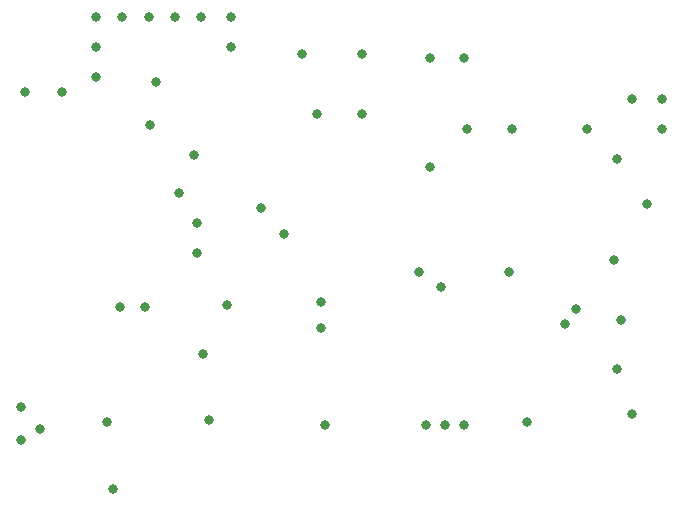
<source format=gbr>
G04 DipTrace 2.1.9.5*
%INBottomPaste.gbr*%
%MOIN*%
%ADD37C,0.032*%
%FSLAX44Y44*%
%SFA1B1*%
%OFA0B0*%
G04*
G70*
G90*
G75*
G01*
%LNBotPaste*%
%LPD*%
D37*
X9065Y19003D3*
X8877Y17565D3*
X13940Y19940D3*
X15940D3*
X14440Y17940D3*
X15940D3*
X19440Y17440D3*
X20940D3*
X23440D3*
X24440Y16440D3*
X24940Y18440D3*
X25940D3*
Y17440D3*
X25440Y14940D3*
X24940Y7940D3*
X18065Y7565D3*
X18690D3*
X19315D3*
X14690D3*
X7440Y7690D3*
X4565Y8190D3*
Y7065D3*
X5190Y7440D3*
X10440Y14315D3*
Y13315D3*
X9815Y15315D3*
X10315Y16565D3*
X12565Y14815D3*
X11440Y11565D3*
X14565Y11690D3*
Y10815D3*
X17815Y12690D3*
X18565Y12190D3*
X18190Y19815D3*
X19315D3*
X7065Y21190D3*
X7940D3*
X8815D3*
X9690D3*
X10565D3*
X11565D3*
X7065Y20190D3*
Y19190D3*
X5940Y18690D3*
X4690D3*
X11565Y20190D3*
X18190Y16190D3*
X20815Y12690D3*
X23065Y11440D3*
X22690Y10940D3*
X24315Y13065D3*
X21440Y7690D3*
X13315Y13940D3*
X24565Y11065D3*
X24440Y9440D3*
X10814Y7754D3*
X7627Y5440D3*
X7877Y11503D3*
X8690D3*
X10627Y9941D3*
M02*

</source>
